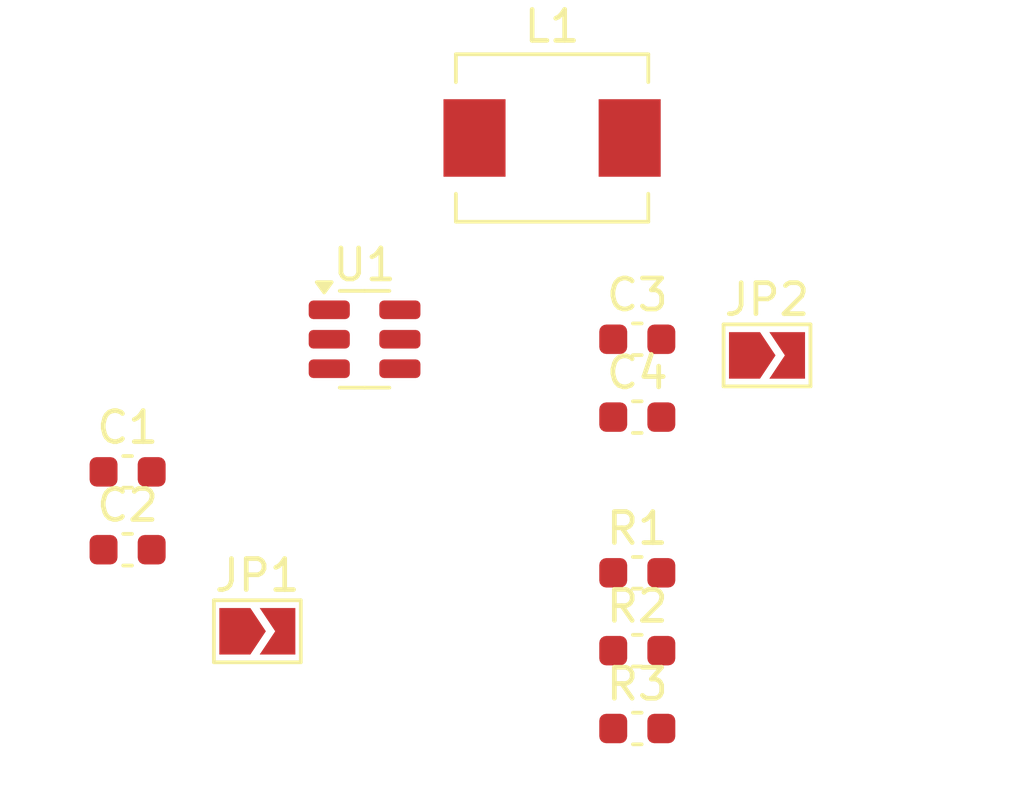
<source format=kicad_pcb>
(kicad_pcb (version 20241229) (generator "pcbnew") (generator_version "9.0")
  (layers (0 "F.Cu" signal) (2 "B.Cu" signal) (13 "F.Paste" user) (15 "B.Paste" user) (5 "F.SilkS" user "F.Silkscreen") (7 "B.SilkS" user "B.Silkscreen") (1 "F.Mask" user) (3 "B.Mask" user) (25 "Edge.Cuts" user))
  (net 0 "")
  (net 1 "VCC")
  (net 2 "GND")
  (net 3 "Net-(JP1-B)")
  (net 4 "Net-(U1-BST)")
  (net 5 "Net-(U1-SW)")
  (net 6 "+3V3")
  (net 8 "Net-(U1-FB)")
  (footprint "Jumper:SolderJumper-2_P1.3mm_Open_TrianglePad1.0x1.5mm" (layer "F.Cu") (at 91.925 67.51)
    (property "Reference" "JP2" (at 0 -1.8 0) (layer "F.SilkS"))
    (property "Value" "SolderJumper_2_Open")
    (fp_line (start -1.4 -1) (end 1.4 -1) (stroke (width 0.12)) (layer "F.SilkS"))
    (fp_line (start -1.4 1) (end -1.4 -1) (stroke (width 0.12)) (layer "F.SilkS"))
    (fp_line (start 1.4 -1) (end 1.4 1) (stroke (width 0.12)) (layer "F.SilkS"))
    (fp_line (start 1.4 1) (end -1.4 1) (stroke (width 0.12)) (layer "F.SilkS"))
    (pad "1" smd custom (at -0.725 0) (size 0.3 0.3) (layers "F.Cu" "F.Mask") (net 6 "+3V3") (options (clearance outline) (anchor rect)) (primitives (gr_poly (pts (xy 1 0) (xy 0.5 0.75) (xy -0.5 0.75) (xy -0.5 -0.75) (xy 0.5 -0.75)) (width 0) (fill yes))))
    (pad "2" smd custom (at 0.725 0) (size 0.3 0.3) (layers "F.Cu" "F.Mask") (options (clearance outline) (anchor rect)) (primitives (gr_poly (pts (xy 0.5 0.75) (xy -0.65 0.75) (xy -0.15 0) (xy -0.65 -0.75) (xy 0.5 -0.75)) (width 0) (fill yes))))
  )
  (footprint "Capacitor_SMD:C_0603_1608Metric" (layer "F.Cu") (at 87.745 69.5)
    (property "Reference" "C4" (at 0 -1.43 0) (layer "F.SilkS"))
    (property "Value" "22u")
    (fp_line (start -0.14058 -0.51) (end 0.14058 -0.51) (stroke (width 0.12)) (layer "F.SilkS"))
    (fp_line (start -0.14058 0.51) (end 0.14058 0.51) (stroke (width 0.12)) (layer "F.SilkS"))
    (pad "1" smd roundrect (at -0.775 0) (size 0.9 0.95) (layers "F.Cu" "F.Mask" "F.Paste") (net 2 "GND"))
    (pad "2" smd roundrect (at 0.775 0) (size 0.9 0.95) (layers "F.Cu" "F.Mask" "F.Paste") (net 6 "+3V3"))
  )
  (footprint "Capacitor_SMD:C_0603_1608Metric" (layer "F.Cu") (at 87.745 79.54)
    (property "Reference" "R3" (at 0 -1.43 0) (layer "F.SilkS"))
    (property "Value" "75k")
    (fp_line (start -0.14058 -0.51) (end 0.14058 -0.51) (stroke (width 0.12)) (layer "F.SilkS"))
    (fp_line (start -0.14058 0.51) (end 0.14058 0.51) (stroke (width 0.12)) (layer "F.SilkS"))
    (pad "1" smd roundrect (at -0.775 0) (size 0.9 0.95) (layers "F.Cu" "F.Mask" "F.Paste") (net 8 "Net-(U1-FB)"))
    (pad "2" smd roundrect (at 0.775 0) (size 0.9 0.95) (layers "F.Cu" "F.Mask" "F.Paste") (net 6 "+3V3"))
  )
  (footprint "Capacitor_SMD:C_0603_1608Metric" (layer "F.Cu") (at 71.3225 73.775)
    (property "Reference" "C2" (at 0 -1.43 0) (layer "F.SilkS"))
    (property "Value" "100n")
    (fp_line (start -0.14058 -0.51) (end 0.14058 -0.51) (stroke (width 0.12)) (layer "F.SilkS"))
    (fp_line (start -0.14058 0.51) (end 0.14058 0.51) (stroke (width 0.12)) (layer "F.SilkS"))
    (pad "1" smd roundrect (at -0.775 0) (size 0.9 0.95) (layers "F.Cu" "F.Mask" "F.Paste") (net 5 "Net-(U1-SW)"))
    (pad "2" smd roundrect (at 0.775 0) (size 0.9 0.95) (layers "F.Cu" "F.Mask" "F.Paste") (net 4 "Net-(U1-BST)"))
  )
  (footprint "Capacitor_SMD:C_0603_1608Metric" (layer "F.Cu") (at 87.745 66.99)
    (property "Reference" "C3" (at 0 -1.43 0) (layer "F.SilkS"))
    (property "Value" "22u")
    (fp_line (start -0.14058 -0.51) (end 0.14058 -0.51) (stroke (width 0.12)) (layer "F.SilkS"))
    (fp_line (start -0.14058 0.51) (end 0.14058 0.51) (stroke (width 0.12)) (layer "F.SilkS"))
    (pad "1" smd roundrect (at -0.775 0) (size 0.9 0.95) (layers "F.Cu" "F.Mask" "F.Paste") (net 2 "GND"))
    (pad "2" smd roundrect (at 0.775 0) (size 0.9 0.95) (layers "F.Cu" "F.Mask" "F.Paste") (net 6 "+3V3"))
  )
  (footprint "Capacitor_SMD:C_0603_1608Metric" (layer "F.Cu") (at 87.745 77.03)
    (property "Reference" "R2" (at 0 -1.43 0) (layer "F.SilkS"))
    (property "Value" "24k")
    (fp_line (start -0.14058 -0.51) (end 0.14058 -0.51) (stroke (width 0.12)) (layer "F.SilkS"))
    (fp_line (start -0.14058 0.51) (end 0.14058 0.51) (stroke (width 0.12)) (layer "F.SilkS"))
    (pad "1" smd roundrect (at -0.775 0) (size 0.9 0.95) (layers "F.Cu" "F.Mask" "F.Paste") (net 8 "Net-(U1-FB)"))
    (pad "2" smd roundrect (at 0.775 0) (size 0.9 0.95) (layers "F.Cu" "F.Mask" "F.Paste") (net 2 "GND"))
  )
  (footprint "Capacitor_SMD:C_0603_1608Metric" (layer "F.Cu") (at 71.3225 71.265)
    (property "Reference" "C1" (at 0 -1.43 0) (layer "F.SilkS"))
    (property "Value" "22u")
    (fp_line (start -0.14058 -0.51) (end 0.14058 -0.51) (stroke (width 0.12)) (layer "F.SilkS"))
    (fp_line (start -0.14058 0.51) (end 0.14058 0.51) (stroke (width 0.12)) (layer "F.SilkS"))
    (pad "1" smd roundrect (at -0.775 0) (size 0.9 0.95) (layers "F.Cu" "F.Mask" "F.Paste") (net 1 "VCC"))
    (pad "2" smd roundrect (at 0.775 0) (size 0.9 0.95) (layers "F.Cu" "F.Mask" "F.Paste") (net 2 "GND"))
  )
  (footprint "Jumper:SolderJumper-2_P1.3mm_Open_TrianglePad1.0x1.5mm" (layer "F.Cu") (at 75.5025 76.405)
    (property "Reference" "JP1" (at 0 -1.8 0) (layer "F.SilkS"))
    (property "Value" "SolderJumper_2_Open")
    (fp_line (start -1.4 -1) (end 1.4 -1) (stroke (width 0.12)) (layer "F.SilkS"))
    (fp_line (start -1.4 1) (end -1.4 -1) (stroke (width 0.12)) (layer "F.SilkS"))
    (fp_line (start 1.4 -1) (end 1.4 1) (stroke (width 0.12)) (layer "F.SilkS"))
    (fp_line (start 1.4 1) (end -1.4 1) (stroke (width 0.12)) (layer "F.SilkS"))
    (pad "1" smd custom (at -0.725 0) (size 0.3 0.3) (layers "F.Cu" "F.Mask") (net 1 "VCC") (options (clearance outline) (anchor rect)) (primitives (gr_poly (pts (xy 1 0) (xy 0.5 0.75) (xy -0.5 0.75) (xy -0.5 -0.75) (xy 0.5 -0.75)) (width 0) (fill yes))))
    (pad "2" smd custom (at 0.725 0) (size 0.3 0.3) (layers "F.Cu" "F.Mask") (net 3 "Net-(JP1-B)") (options (clearance outline) (anchor rect)) (primitives (gr_poly (pts (xy 0.5 0.75) (xy -0.65 0.75) (xy -0.15 0) (xy -0.65 -0.75) (xy 0.5 -0.75)) (width 0) (fill yes))))
  )
  (footprint "Capacitor_SMD:C_0603_1608Metric" (layer "F.Cu") (at 87.745 74.52)
    (property "Reference" "R1" (at 0 -1.43 0) (layer "F.SilkS"))
    (property "Value" "10k")
    (fp_line (start -0.14058 -0.51) (end 0.14058 -0.51) (stroke (width 0.12)) (layer "F.SilkS"))
    (fp_line (start -0.14058 0.51) (end 0.14058 0.51) (stroke (width 0.12)) (layer "F.SilkS"))
    (pad "1" smd roundrect (at -0.775 0) (size 0.9 0.95) (layers "F.Cu" "F.Mask" "F.Paste") (net 3 "Net-(JP1-B)"))
    (pad "2" smd roundrect (at 0.775 0) (size 0.9 0.95) (layers "F.Cu" "F.Mask" "F.Paste") (net 2 "GND"))
  )
  (footprint "Inductor_SMD:L_Neosid_SM-PIC0512H" (layer "F.Cu") (at 85 60.5)
    (property "Reference" "L1" (at 0 -3.6 0) (layer "F.SilkS"))
    (property "Value" "47u")
    (fp_line (start -3.1 -2.7) (end -3.1 -1.8) (stroke (width 0.12)) (layer "F.SilkS"))
    (fp_line (start -3.1 2.7) (end -3.1 1.8) (stroke (width 0.12)) (layer "F.SilkS"))
    (fp_line (start 3.1 -2.7) (end -3.1 -2.7) (stroke (width 0.12)) (layer "F.SilkS"))
    (fp_line (start 3.1 -2.7) (end 3.1 -1.8) (stroke (width 0.12)) (layer "F.SilkS"))
    (fp_line (start 3.1 1.8) (end 3.1 2.7) (stroke (width 0.12)) (layer "F.SilkS"))
    (fp_line (start 3.1 2.7) (end -3.1 2.7) (stroke (width 0.12)) (layer "F.SilkS"))
    (pad "1" smd rect (at -2.5 0 180) (size 2 2.5) (layers "F.Cu" "F.Mask" "F.Paste") (net 5 "Net-(U1-SW)"))
    (pad "2" smd rect (at 2.5 0 180) (size 2 2.5) (layers "F.Cu" "F.Mask" "F.Paste") (net 6 "+3V3"))
  )
  (footprint "Package_TO_SOT_SMD:SOT-23-6" (layer "F.Cu") (at 78.9575 66.99)
    (property "Reference" "U1" (at 0 -2.4 0) (layer "F.SilkS"))
    (property "Value" "~")
    (fp_line (start 0 -1.56) (end -0.8 -1.56) (stroke (width 0.12)) (layer "F.SilkS"))
    (fp_line (start 0 -1.56) (end 0.8 -1.56) (stroke (width 0.12)) (layer "F.SilkS"))
    (fp_line (start 0 1.56) (end -0.8 1.56) (stroke (width 0.12)) (layer "F.SilkS"))
    (fp_line (start 0 1.56) (end 0.8 1.56) (stroke (width 0.12)) (layer "F.SilkS"))
    (fp_poly (pts (xy -1.3 -1.51) (xy -1.54 -1.84) (xy -1.06 -1.84) (xy -1.3 -1.51)) (stroke (width 0.12)) (fill yes) (layer "F.SilkS"))
    (pad "1" smd roundrect (at -1.1375 -0.95) (size 1.325 0.6) (layers "F.Cu" "F.Mask" "F.Paste") (net 4 "Net-(U1-BST)"))
    (pad "2" smd roundrect (at -1.1375 0) (size 1.325 0.6) (layers "F.Cu" "F.Mask" "F.Paste") (net 2 "GND"))
    (pad "3" smd roundrect (at -1.1375 0.95) (size 1.325 0.6) (layers "F.Cu" "F.Mask" "F.Paste") (net 8 "Net-(U1-FB)"))
    (pad "4" smd roundrect (at 1.1375 0.95) (size 1.325 0.6) (layers "F.Cu" "F.Mask" "F.Paste") (net 3 "Net-(JP1-B)"))
    (pad "5" smd roundrect (at 1.1375 0) (size 1.325 0.6) (layers "F.Cu" "F.Mask" "F.Paste") (net 1 "VCC"))
    (pad "6" smd roundrect (at 1.1375 -0.95) (size 1.325 0.6) (layers "F.Cu" "F.Mask" "F.Paste") (net 5 "Net-(U1-SW)"))
  )
)
</source>
